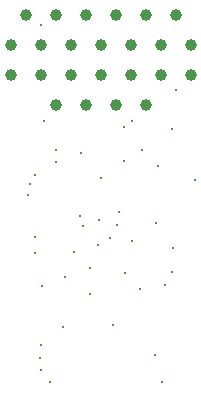
<source format=gbr>
%TF.GenerationSoftware,KiCad,Pcbnew,5.1.5+dfsg1-2~bpo10+1*%
%TF.CreationDate,Date%
%TF.ProjectId,ProMicro_ESP12E,50726f4d-6963-4726-9f5f-455350313245,v1.0*%
%TF.SameCoordinates,Original*%
%TF.FileFunction,Plated,1,2,PTH,Drill*%
%TF.FilePolarity,Positive*%
%FSLAX46Y46*%
G04 Gerber Fmt 4.6, Leading zero omitted, Abs format (unit mm)*
G04 Created by KiCad*
%MOMM*%
%LPD*%
G04 APERTURE LIST*
%TA.AperFunction,ViaDrill*%
%ADD10C,0.200000*%
%TD*%
%TA.AperFunction,ComponentDrill*%
%ADD11C,1.000000*%
%TD*%
G04 APERTURE END LIST*
D10*
X1460500Y15240000D03*
X1673923Y16134403D03*
X2032000Y16891000D03*
X2032000Y11684000D03*
X2032000Y10350500D03*
X2476500Y1397000D03*
X2540000Y29591000D03*
X2540000Y2540000D03*
X2540000Y381000D03*
X2667000Y7556500D03*
X2857500Y21463000D03*
X3302000Y-635000D03*
X3810000Y19050000D03*
X3810000Y18034000D03*
X4445000Y4064000D03*
X4635500Y8318500D03*
X5393990Y10414000D03*
X5905500Y13462000D03*
X5969000Y18796000D03*
X6159500Y12573000D03*
X6731000Y9017000D03*
X6731000Y6858000D03*
X7369064Y11034921D03*
X7493000Y13081000D03*
X7620000Y16637000D03*
X8441990Y11598513D03*
X8636000Y4191000D03*
X9017000Y12700000D03*
X9134981Y13824988D03*
X9588500Y20954968D03*
X9591000Y18100000D03*
X9652000Y8636000D03*
X10260151Y21529978D03*
X10296019Y11303000D03*
X10922000Y7239000D03*
X11108990Y19050000D03*
X12255500Y1714500D03*
X12319000Y12827000D03*
X12509500Y17716500D03*
X12827000Y-635000D03*
X13081005Y7619995D03*
X13652500Y20828000D03*
X13652500Y8699500D03*
X13716000Y10731500D03*
X13970000Y24130000D03*
X15621000Y16510000D03*
D11*
%TO.C,J4*%
X1270000Y30480000D03*
X3810000Y30480000D03*
X6350000Y30480000D03*
X8890000Y30480000D03*
X11430000Y30480000D03*
X13970000Y30480000D03*
%TO.C,A1*%
X0Y27940000D03*
X0Y25400000D03*
X15240000Y27940000D03*
X15240000Y25400000D03*
%TO.C,J1*%
X2540000Y27940000D03*
X2540000Y25400000D03*
X5080000Y27940000D03*
X5080000Y25400000D03*
X7620000Y27940000D03*
X7620000Y25400000D03*
X10160000Y27940000D03*
X10160000Y25400000D03*
%TO.C,J3*%
X3810000Y22860000D03*
X6350000Y22860000D03*
X8890000Y22860000D03*
X11430000Y22860000D03*
%TO.C,J2*%
X12700000Y27940000D03*
X12700000Y25400000D03*
M02*

</source>
